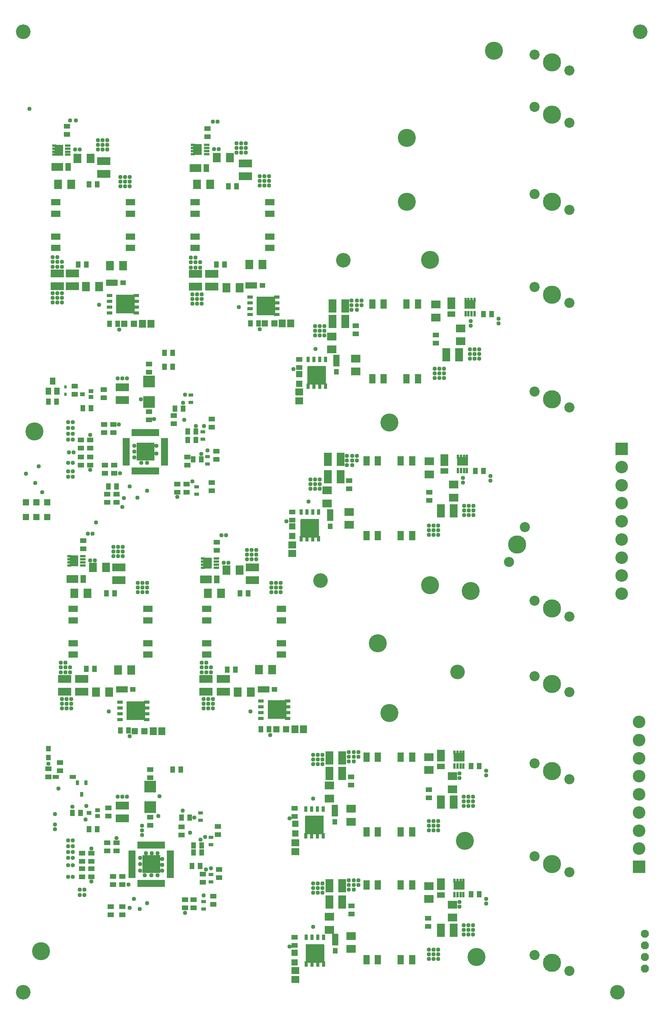
<source format=gts>
G04 EAGLE Gerber RS-274X export*
G75*
%MOMM*%
%FSLAX34Y34*%
%LPD*%
%INTop Solder Mask*%
%IPPOS*%
%AMOC8*
5,1,8,0,0,1.08239X$1,22.5*%
G01*
%ADD10C,3.203200*%
%ADD11R,1.003200X1.403200*%
%ADD12R,1.803200X2.903200*%
%ADD13R,1.403200X1.003200*%
%ADD14R,2.903200X1.803200*%
%ADD15R,2.753200X2.753200*%
%ADD16C,2.753200*%
%ADD17R,0.990600X1.193800*%
%ADD18R,1.473200X2.590800*%
%ADD19R,1.703200X1.253200*%
%ADD20R,1.703200X2.603200*%
%ADD21R,1.003200X0.803200*%
%ADD22R,1.403200X1.403200*%
%ADD23R,1.003200X1.203200*%
%ADD24R,1.193800X0.990600*%
%ADD25R,2.590800X1.473200*%
%ADD26R,1.253200X1.703200*%
%ADD27R,2.603200X1.703200*%
%ADD28R,1.403200X0.903200*%
%ADD29R,0.603200X0.763200*%
%ADD30R,2.503200X2.503200*%
%ADD31R,1.423200X1.323200*%
%ADD32C,3.943200*%
%ADD33C,2.203200*%
%ADD34C,3.987800*%
%ADD35P,1.869504X8X112.500000*%
%ADD36R,1.103200X0.903200*%
%ADD37R,0.660400X1.219200*%
%ADD38R,4.113200X4.013200*%
%ADD39R,0.608200X1.193200*%
%ADD40R,2.438200X1.928200*%
%ADD41R,0.608200X0.963200*%
%ADD42R,1.219200X0.660400*%
%ADD43R,4.013200X4.113200*%
%ADD44R,1.193200X0.608200*%
%ADD45R,1.928200X2.438200*%
%ADD46R,0.963200X0.608200*%
%ADD47R,1.203200X1.603200*%
%ADD48R,0.762000X1.066800*%
%ADD49R,2.006200X1.803200*%
%ADD50R,1.703200X1.503200*%
%ADD51R,1.803200X2.006200*%
%ADD52R,1.503200X1.703200*%
%ADD53R,1.373200X2.083200*%
%ADD54R,2.083200X1.373200*%
%ADD55R,1.549400X0.482600*%
%ADD56R,0.482600X1.549400*%
%ADD57R,3.860800X3.860800*%
%ADD58C,0.959600*%

G36*
X294134Y1534416D02*
X294134Y1534416D01*
X294136Y1534415D01*
X294179Y1534435D01*
X294223Y1534453D01*
X294223Y1534455D01*
X294225Y1534456D01*
X294258Y1534541D01*
X294258Y1574419D01*
X294257Y1574421D01*
X294258Y1574423D01*
X294238Y1574466D01*
X294220Y1574510D01*
X294218Y1574510D01*
X294217Y1574512D01*
X294132Y1574545D01*
X253746Y1574545D01*
X253744Y1574544D01*
X253742Y1574545D01*
X253699Y1574525D01*
X253655Y1574507D01*
X253655Y1574505D01*
X253653Y1574504D01*
X253620Y1574419D01*
X253620Y1534541D01*
X253621Y1534539D01*
X253620Y1534537D01*
X253640Y1534494D01*
X253658Y1534450D01*
X253660Y1534450D01*
X253661Y1534448D01*
X253746Y1534415D01*
X294132Y1534415D01*
X294134Y1534416D01*
G37*
G36*
X601474Y1530606D02*
X601474Y1530606D01*
X601476Y1530605D01*
X601519Y1530625D01*
X601563Y1530643D01*
X601563Y1530645D01*
X601565Y1530646D01*
X601598Y1530731D01*
X601598Y1570609D01*
X601597Y1570611D01*
X601598Y1570613D01*
X601578Y1570656D01*
X601560Y1570700D01*
X601558Y1570700D01*
X601557Y1570702D01*
X601472Y1570735D01*
X561086Y1570735D01*
X561084Y1570734D01*
X561082Y1570735D01*
X561039Y1570715D01*
X560995Y1570697D01*
X560995Y1570695D01*
X560993Y1570694D01*
X560960Y1570609D01*
X560960Y1530731D01*
X560961Y1530729D01*
X560960Y1530727D01*
X560980Y1530684D01*
X560998Y1530640D01*
X561000Y1530640D01*
X561001Y1530638D01*
X561086Y1530605D01*
X601472Y1530605D01*
X601474Y1530606D01*
G37*
G36*
X712091Y1378333D02*
X712091Y1378333D01*
X712093Y1378332D01*
X712136Y1378352D01*
X712180Y1378370D01*
X712180Y1378372D01*
X712182Y1378373D01*
X712215Y1378458D01*
X712215Y1418844D01*
X712214Y1418846D01*
X712215Y1418848D01*
X712195Y1418891D01*
X712177Y1418935D01*
X712175Y1418935D01*
X712174Y1418937D01*
X712089Y1418970D01*
X672211Y1418970D01*
X672209Y1418969D01*
X672207Y1418970D01*
X672164Y1418950D01*
X672120Y1418932D01*
X672120Y1418930D01*
X672118Y1418929D01*
X672085Y1418844D01*
X672085Y1378458D01*
X672086Y1378456D01*
X672085Y1378454D01*
X672105Y1378411D01*
X672123Y1378367D01*
X672125Y1378367D01*
X672126Y1378365D01*
X672211Y1378332D01*
X712089Y1378332D01*
X712091Y1378333D01*
G37*
G36*
X696851Y1044323D02*
X696851Y1044323D01*
X696853Y1044322D01*
X696896Y1044342D01*
X696940Y1044360D01*
X696940Y1044362D01*
X696942Y1044363D01*
X696975Y1044448D01*
X696975Y1084834D01*
X696974Y1084836D01*
X696975Y1084838D01*
X696955Y1084881D01*
X696937Y1084925D01*
X696935Y1084925D01*
X696934Y1084927D01*
X696849Y1084960D01*
X656971Y1084960D01*
X656969Y1084959D01*
X656967Y1084960D01*
X656924Y1084940D01*
X656880Y1084922D01*
X656880Y1084920D01*
X656878Y1084919D01*
X656845Y1084834D01*
X656845Y1044448D01*
X656846Y1044446D01*
X656845Y1044444D01*
X656865Y1044401D01*
X656883Y1044357D01*
X656885Y1044357D01*
X656886Y1044355D01*
X656971Y1044322D01*
X696849Y1044322D01*
X696851Y1044323D01*
G37*
G36*
X625604Y647956D02*
X625604Y647956D01*
X625606Y647955D01*
X625649Y647975D01*
X625693Y647993D01*
X625693Y647995D01*
X625695Y647996D01*
X625728Y648081D01*
X625728Y687959D01*
X625727Y687961D01*
X625728Y687963D01*
X625708Y688006D01*
X625690Y688050D01*
X625688Y688050D01*
X625687Y688052D01*
X625602Y688085D01*
X585216Y688085D01*
X585214Y688084D01*
X585212Y688085D01*
X585169Y688065D01*
X585125Y688047D01*
X585125Y688045D01*
X585123Y688044D01*
X585090Y687959D01*
X585090Y648081D01*
X585091Y648079D01*
X585090Y648077D01*
X585110Y648034D01*
X585128Y647990D01*
X585130Y647990D01*
X585131Y647988D01*
X585216Y647955D01*
X625602Y647955D01*
X625604Y647956D01*
G37*
G36*
X316994Y645416D02*
X316994Y645416D01*
X316996Y645415D01*
X317039Y645435D01*
X317083Y645453D01*
X317083Y645455D01*
X317085Y645456D01*
X317118Y645541D01*
X317118Y685419D01*
X317117Y685421D01*
X317118Y685423D01*
X317098Y685466D01*
X317080Y685510D01*
X317078Y685510D01*
X317077Y685512D01*
X316992Y685545D01*
X276606Y685545D01*
X276604Y685544D01*
X276602Y685545D01*
X276559Y685525D01*
X276515Y685507D01*
X276515Y685505D01*
X276513Y685504D01*
X276480Y685419D01*
X276480Y645541D01*
X276481Y645539D01*
X276480Y645537D01*
X276500Y645494D01*
X276518Y645450D01*
X276520Y645450D01*
X276521Y645448D01*
X276606Y645415D01*
X316992Y645415D01*
X316994Y645416D01*
G37*
G36*
X707011Y395353D02*
X707011Y395353D01*
X707013Y395352D01*
X707056Y395372D01*
X707100Y395390D01*
X707100Y395392D01*
X707102Y395393D01*
X707135Y395478D01*
X707135Y435864D01*
X707134Y435866D01*
X707135Y435868D01*
X707115Y435911D01*
X707097Y435955D01*
X707095Y435955D01*
X707094Y435957D01*
X707009Y435990D01*
X667131Y435990D01*
X667129Y435989D01*
X667127Y435990D01*
X667084Y435970D01*
X667040Y435952D01*
X667040Y435950D01*
X667038Y435949D01*
X667005Y435864D01*
X667005Y395478D01*
X667006Y395476D01*
X667005Y395474D01*
X667025Y395431D01*
X667043Y395387D01*
X667045Y395387D01*
X667046Y395385D01*
X667131Y395352D01*
X707009Y395352D01*
X707011Y395353D01*
G37*
G36*
X708281Y114683D02*
X708281Y114683D01*
X708283Y114682D01*
X708326Y114702D01*
X708370Y114720D01*
X708370Y114722D01*
X708372Y114723D01*
X708405Y114808D01*
X708405Y155194D01*
X708404Y155196D01*
X708405Y155198D01*
X708385Y155241D01*
X708367Y155285D01*
X708365Y155285D01*
X708364Y155287D01*
X708279Y155320D01*
X668401Y155320D01*
X668399Y155319D01*
X668397Y155320D01*
X668354Y155300D01*
X668310Y155282D01*
X668310Y155280D01*
X668308Y155279D01*
X668275Y155194D01*
X668275Y114808D01*
X668276Y114806D01*
X668275Y114804D01*
X668295Y114761D01*
X668313Y114717D01*
X668315Y114717D01*
X668316Y114715D01*
X668401Y114682D01*
X708279Y114682D01*
X708281Y114683D01*
G37*
D10*
X50000Y2150000D03*
X1400000Y2150000D03*
X1350000Y50000D03*
X50000Y50000D03*
X700000Y950000D03*
X750000Y1650000D03*
X1000000Y750000D03*
D11*
X212200Y406400D03*
X194200Y406400D03*
D12*
X754410Y1550670D03*
X726410Y1550670D03*
X754410Y1516380D03*
X726410Y1516380D03*
D13*
X777240Y1507600D03*
X777240Y1489600D03*
X952500Y1487280D03*
X952500Y1469280D03*
X408940Y1220580D03*
X408940Y1202580D03*
X196850Y1202580D03*
X196850Y1220580D03*
X472440Y1233280D03*
X472440Y1215280D03*
D12*
X975330Y1443990D03*
X1003330Y1443990D03*
D14*
X462280Y1620550D03*
X462280Y1592550D03*
X426720Y1620550D03*
X426720Y1592550D03*
D11*
X472330Y1640840D03*
X490330Y1640840D03*
X499000Y1812290D03*
X517000Y1812290D03*
X410100Y1257300D03*
X428100Y1257300D03*
D13*
X196850Y1257410D03*
X196850Y1239410D03*
X462280Y1303130D03*
X462280Y1285130D03*
D14*
X535940Y1833850D03*
X535940Y1861850D03*
X157480Y1621820D03*
X157480Y1593820D03*
X124460Y1621820D03*
X124460Y1593820D03*
D11*
X170070Y1640840D03*
X188070Y1640840D03*
X194200Y1816100D03*
X212200Y1816100D03*
D13*
X379730Y1310750D03*
X379730Y1292750D03*
X247650Y1291700D03*
X247650Y1273700D03*
D11*
X359300Y1417320D03*
X377300Y1417320D03*
D14*
X226060Y1838930D03*
X226060Y1866930D03*
X266700Y430500D03*
X266700Y458500D03*
D11*
X359300Y1447800D03*
X377300Y1447800D03*
D13*
X327660Y433180D03*
X327660Y415180D03*
D12*
X748060Y247650D03*
X720060Y247650D03*
X748060Y283210D03*
X720060Y283210D03*
D13*
X768350Y238870D03*
X768350Y220870D03*
X935990Y212200D03*
X935990Y194200D03*
X422910Y252840D03*
X422910Y234840D03*
X266700Y285640D03*
X266700Y303640D03*
X466090Y260460D03*
X466090Y242460D03*
D12*
X963900Y185420D03*
X991900Y185420D03*
X748060Y562610D03*
X720060Y562610D03*
X748060Y528320D03*
X720060Y528320D03*
D13*
X767080Y520810D03*
X767080Y502810D03*
X937260Y492870D03*
X937260Y474870D03*
X443230Y308720D03*
X443230Y290720D03*
X199390Y302150D03*
X199390Y320150D03*
X478790Y318880D03*
X478790Y300880D03*
D12*
X963900Y466090D03*
X991900Y466090D03*
D11*
X180230Y1327150D03*
X198230Y1327150D03*
D14*
X487680Y735360D03*
X487680Y707360D03*
X449580Y735360D03*
X449580Y707360D03*
D11*
X496460Y755650D03*
X514460Y755650D03*
X524400Y922020D03*
X542400Y922020D03*
X422800Y355600D03*
X440800Y355600D03*
D13*
X199390Y354440D03*
X199390Y336440D03*
X476250Y412860D03*
X476250Y394860D03*
D14*
X551180Y951200D03*
X551180Y979200D03*
X266700Y1372900D03*
X266700Y1344900D03*
X177800Y735360D03*
X177800Y707360D03*
X140970Y735360D03*
X140970Y707360D03*
D11*
X187850Y756920D03*
X205850Y756920D03*
X232300Y922020D03*
X250300Y922020D03*
D13*
X396240Y411590D03*
X396240Y393590D03*
X254000Y377300D03*
X254000Y359300D03*
D11*
X377080Y537210D03*
X395080Y537210D03*
D14*
X259080Y951200D03*
X259080Y979200D03*
D13*
X325120Y1301640D03*
X325120Y1319640D03*
D12*
X744250Y1215390D03*
X716250Y1215390D03*
X744250Y1177290D03*
X716250Y1177290D03*
D13*
X763270Y1168510D03*
X763270Y1150510D03*
X938530Y1143110D03*
X938530Y1125110D03*
X407670Y1160890D03*
X407670Y1142890D03*
X248920Y1184800D03*
X248920Y1202800D03*
X462280Y1164700D03*
X462280Y1146700D03*
D12*
X963900Y1102360D03*
X991900Y1102360D03*
D15*
X1358900Y1237900D03*
D16*
X1358900Y1198300D03*
X1358900Y1158700D03*
X1358900Y1119100D03*
X1358900Y1079500D03*
X1358900Y1039900D03*
X1358900Y1000300D03*
X1358900Y960700D03*
X1358900Y921100D03*
D15*
X1397000Y324200D03*
D16*
X1397000Y363800D03*
X1397000Y403400D03*
X1397000Y443000D03*
X1397000Y482600D03*
X1397000Y522200D03*
X1397000Y561800D03*
X1397000Y601400D03*
X1397000Y641000D03*
D17*
X735330Y1406779D03*
D18*
X735330Y1431036D03*
D19*
X986790Y1532880D03*
D20*
X986790Y1556630D03*
D21*
X453390Y1220850D03*
X453390Y1204850D03*
D22*
X654050Y1380150D03*
X654050Y1401150D03*
D23*
X105410Y562770D03*
X105410Y582770D03*
D24*
X573151Y1595120D03*
D25*
X548894Y1595120D03*
D26*
X450860Y1851660D03*
D27*
X427110Y1851660D03*
D21*
X443230Y1275460D03*
X443230Y1259460D03*
D22*
X599780Y1512570D03*
X578780Y1512570D03*
D28*
X158200Y520700D03*
X121200Y520700D03*
D24*
X268351Y1601470D03*
D25*
X244094Y1601470D03*
D26*
X148600Y1854200D03*
D27*
X124850Y1854200D03*
D21*
X416560Y1355470D03*
X416560Y1339470D03*
D22*
X292440Y1511300D03*
X271440Y1511300D03*
D29*
X142240Y1357400D03*
X142240Y1373100D03*
D30*
X327660Y455020D03*
X327660Y500020D03*
D17*
X732790Y140589D03*
D18*
X732790Y164846D03*
D19*
X963930Y262880D03*
D20*
X963930Y286630D03*
D21*
X444500Y248030D03*
X444500Y232030D03*
D22*
X643890Y115230D03*
X643890Y136230D03*
D30*
X325120Y1340210D03*
X325120Y1385210D03*
D17*
X731520Y422529D03*
D18*
X731520Y446786D03*
D19*
X963930Y543550D03*
D20*
X963930Y567300D03*
D21*
X461010Y307720D03*
X461010Y291720D03*
D22*
X645160Y397170D03*
X645160Y418170D03*
D31*
X55880Y1088900D03*
X55880Y1120900D03*
D24*
X599821Y712470D03*
D25*
X575564Y712470D03*
D26*
X473720Y952500D03*
D27*
X449970Y952500D03*
D21*
X461010Y389000D03*
X461010Y373000D03*
D22*
X625180Y624840D03*
X604180Y624840D03*
D31*
X78740Y1088900D03*
X78740Y1120900D03*
D24*
X289941Y712470D03*
D25*
X265684Y712470D03*
D26*
X181620Y953770D03*
D27*
X157870Y953770D03*
D21*
X438150Y442340D03*
X438150Y426340D03*
D22*
X315300Y621030D03*
X294300Y621030D03*
D31*
X102870Y1088900D03*
X102870Y1120900D03*
D17*
X721360Y1068959D03*
D18*
X721360Y1093216D03*
D19*
X971550Y1189980D03*
D20*
X971550Y1213730D03*
D21*
X429260Y1154810D03*
X429260Y1138810D03*
D22*
X638810Y1047410D03*
X638810Y1068410D03*
D32*
X1041400Y127000D03*
X850900Y1295400D03*
X939800Y1651000D03*
X889000Y1778000D03*
X889000Y1917700D03*
X1079500Y2108200D03*
X1016000Y381000D03*
X850900Y660400D03*
X825500Y812800D03*
X1028700Y927100D03*
X939800Y939800D03*
D33*
X1168400Y1592072D03*
X1244600Y1557528D03*
D34*
X1206500Y1574800D03*
D33*
X1244600Y1760728D03*
X1168400Y1795272D03*
D34*
X1206500Y1778000D03*
D33*
X1168400Y1985772D03*
X1244600Y1951228D03*
D34*
X1206500Y1968500D03*
D33*
X1147572Y1066800D03*
X1113028Y990600D03*
D34*
X1130300Y1028700D03*
D33*
X1244600Y2065528D03*
X1168400Y2100072D03*
D34*
X1206500Y2082800D03*
D33*
X1168400Y131572D03*
X1244600Y97028D03*
D34*
X1206500Y114300D03*
D33*
X1244600Y312928D03*
X1168400Y347472D03*
D34*
X1206500Y330200D03*
D33*
X1168400Y550672D03*
X1244600Y516128D03*
D34*
X1206500Y533400D03*
D33*
X1244600Y706628D03*
X1168400Y741172D03*
D34*
X1206500Y723900D03*
D33*
X1168400Y906272D03*
X1244600Y871728D03*
D34*
X1206500Y889000D03*
D33*
X1244600Y1328928D03*
X1168400Y1363472D03*
D34*
X1206500Y1346200D03*
D35*
X1409700Y101600D03*
X1409700Y127000D03*
X1409700Y152400D03*
X1409700Y177800D03*
D36*
X212700Y435460D03*
X212700Y448460D03*
X193700Y441960D03*
D37*
X711200Y1433830D03*
X698500Y1433830D03*
X685800Y1433830D03*
X673100Y1433830D03*
X673100Y1375410D03*
X685800Y1375410D03*
X698500Y1375410D03*
X711200Y1375410D03*
D38*
X692150Y1397720D03*
D39*
X1017505Y1533780D03*
X1024130Y1533780D03*
X1030730Y1533780D03*
X1037355Y1533780D03*
D40*
X1027430Y1553705D03*
D41*
X1037355Y1563630D03*
X1030730Y1563630D03*
X1024130Y1563630D03*
X1017505Y1563630D03*
D42*
X546100Y1569720D03*
X546100Y1557020D03*
X546100Y1544320D03*
X546100Y1531620D03*
X604520Y1531620D03*
X604520Y1544320D03*
X604520Y1557020D03*
X604520Y1569720D03*
D43*
X582210Y1550670D03*
D44*
X451230Y1882375D03*
X451230Y1889000D03*
X451230Y1895600D03*
X451230Y1902225D03*
D45*
X431305Y1892300D03*
D46*
X421380Y1902225D03*
X421380Y1895600D03*
X421380Y1889000D03*
X421380Y1882375D03*
D42*
X238760Y1573530D03*
X238760Y1560830D03*
X238760Y1548130D03*
X238760Y1535430D03*
X297180Y1535430D03*
X297180Y1548130D03*
X297180Y1560830D03*
X297180Y1573530D03*
D43*
X274870Y1554480D03*
D44*
X147700Y1881105D03*
X147700Y1887730D03*
X147700Y1894330D03*
X147700Y1900955D03*
D45*
X127775Y1891030D03*
D46*
X117850Y1900955D03*
X117850Y1894330D03*
X117850Y1887730D03*
X117850Y1881105D03*
D36*
X198730Y1351130D03*
X198730Y1364130D03*
X179730Y1357630D03*
D37*
X707390Y170180D03*
X694690Y170180D03*
X681990Y170180D03*
X669290Y170180D03*
X669290Y111760D03*
X681990Y111760D03*
X694690Y111760D03*
X707390Y111760D03*
D38*
X688340Y134070D03*
D39*
X993375Y263780D03*
X1000000Y263780D03*
X1006600Y263780D03*
X1013225Y263780D03*
D40*
X1003300Y283705D03*
D41*
X1013225Y293630D03*
X1006600Y293630D03*
X1000000Y293630D03*
X993375Y293630D03*
D37*
X706120Y450850D03*
X693420Y450850D03*
X680720Y450850D03*
X668020Y450850D03*
X668020Y392430D03*
X680720Y392430D03*
X693420Y392430D03*
X706120Y392430D03*
D38*
X687070Y414740D03*
D39*
X993375Y544450D03*
X1000000Y544450D03*
X1006600Y544450D03*
X1013225Y544450D03*
D40*
X1003300Y564375D03*
D41*
X1013225Y574300D03*
X1006600Y574300D03*
X1000000Y574300D03*
X993375Y574300D03*
D47*
X114300Y1386410D03*
X123800Y1364410D03*
X104800Y1364410D03*
D42*
X570230Y687070D03*
X570230Y674370D03*
X570230Y661670D03*
X570230Y648970D03*
X628650Y648970D03*
X628650Y661670D03*
X628650Y674370D03*
X628650Y687070D03*
D43*
X606340Y668020D03*
D44*
X472820Y978135D03*
X472820Y984760D03*
X472820Y991360D03*
X472820Y997985D03*
D45*
X452895Y988060D03*
D46*
X442970Y997985D03*
X442970Y991360D03*
X442970Y984760D03*
X442970Y978135D03*
D48*
X187300Y507746D03*
X168300Y507746D03*
X177800Y482854D03*
D42*
X261620Y684530D03*
X261620Y671830D03*
X261620Y659130D03*
X261620Y646430D03*
X320040Y646430D03*
X320040Y659130D03*
X320040Y671830D03*
X320040Y684530D03*
D43*
X297730Y665480D03*
D44*
X180720Y983215D03*
X180720Y989840D03*
X180720Y996440D03*
X180720Y1003065D03*
D45*
X160795Y993140D03*
D46*
X150870Y1003065D03*
X150870Y996440D03*
X150870Y989840D03*
X150870Y983215D03*
D37*
X695960Y1099820D03*
X683260Y1099820D03*
X670560Y1099820D03*
X657860Y1099820D03*
X657860Y1041400D03*
X670560Y1041400D03*
X683260Y1041400D03*
X695960Y1041400D03*
D38*
X676910Y1063710D03*
D39*
X1000995Y1190880D03*
X1007620Y1190880D03*
X1014220Y1190880D03*
X1020845Y1190880D03*
D40*
X1010920Y1210805D03*
D41*
X1020845Y1220730D03*
X1014220Y1220730D03*
X1007620Y1220730D03*
X1000995Y1220730D03*
D13*
X236220Y453500D03*
X236220Y435500D03*
X325120Y1405780D03*
X325120Y1423780D03*
D49*
X777240Y1406910D03*
X777240Y1435350D03*
X952500Y1525020D03*
X952500Y1553460D03*
D13*
X654050Y1415940D03*
X654050Y1433940D03*
D11*
X1056530Y1532890D03*
X1074530Y1532890D03*
X421530Y1215390D03*
X439530Y1215390D03*
D13*
X176530Y1202580D03*
X176530Y1220580D03*
D50*
X654050Y1343050D03*
X654050Y1362050D03*
D51*
X573020Y1640840D03*
X544580Y1640840D03*
X458720Y1816100D03*
X430280Y1816100D03*
D11*
X565260Y1512570D03*
X547260Y1512570D03*
D13*
X453390Y1920130D03*
X453390Y1938130D03*
D11*
X410100Y1276350D03*
X428100Y1276350D03*
D13*
X176530Y1257410D03*
X176530Y1239410D03*
D52*
X635610Y1512570D03*
X616610Y1512570D03*
D51*
X268220Y1638300D03*
X239780Y1638300D03*
X155190Y1816100D03*
X126750Y1816100D03*
D11*
X256650Y1511300D03*
X238650Y1511300D03*
D13*
X146050Y1925210D03*
X146050Y1943210D03*
D11*
X382160Y1325880D03*
X400160Y1325880D03*
D13*
X227330Y1291700D03*
X227330Y1273700D03*
D52*
X329540Y1511300D03*
X310540Y1511300D03*
D13*
X241300Y219600D03*
X241300Y237600D03*
X266700Y219600D03*
X266700Y237600D03*
D11*
X254110Y1155700D03*
X236110Y1155700D03*
D13*
X254000Y1139300D03*
X254000Y1121300D03*
X233680Y1139300D03*
X233680Y1121300D03*
D49*
X767080Y144530D03*
X767080Y172970D03*
X937260Y253750D03*
X937260Y282190D03*
D13*
X643890Y152290D03*
X643890Y170290D03*
D11*
X1029860Y264160D03*
X1047860Y264160D03*
D13*
X403860Y252840D03*
X403860Y234840D03*
X246380Y285640D03*
X246380Y303640D03*
D50*
X645160Y78130D03*
X645160Y97130D03*
D11*
X175370Y441960D03*
X157370Y441960D03*
D49*
X767080Y422660D03*
X767080Y451100D03*
X937260Y535690D03*
X937260Y564130D03*
D13*
X643890Y434230D03*
X643890Y452230D03*
D11*
X1029860Y544830D03*
X1047860Y544830D03*
X418990Y326390D03*
X436990Y326390D03*
D13*
X179070Y302150D03*
X179070Y320150D03*
D50*
X645160Y357530D03*
X645160Y376530D03*
D11*
X123300Y1341120D03*
X105300Y1341120D03*
D13*
X130810Y552560D03*
X130810Y534560D03*
X105410Y538590D03*
X105410Y520590D03*
D51*
X594610Y755650D03*
X566170Y755650D03*
X482850Y922020D03*
X454410Y922020D03*
D11*
X588120Y624840D03*
X570120Y624840D03*
D13*
X473710Y1015890D03*
X473710Y1033890D03*
D11*
X422800Y370840D03*
X440800Y370840D03*
D13*
X179070Y354440D03*
X179070Y336440D03*
D52*
X663550Y624840D03*
X644550Y624840D03*
D13*
X327660Y537320D03*
X327660Y519320D03*
D51*
X286000Y754380D03*
X257560Y754380D03*
X190750Y922020D03*
X162310Y922020D03*
D11*
X280780Y622300D03*
X262780Y622300D03*
D13*
X181610Y1019700D03*
X181610Y1037700D03*
D11*
X396130Y431800D03*
X414130Y431800D03*
D13*
X233680Y377300D03*
X233680Y359300D03*
D52*
X353670Y621030D03*
X334670Y621030D03*
D13*
X226060Y1349900D03*
X226060Y1367900D03*
X162560Y1375520D03*
X162560Y1357520D03*
D49*
X763270Y1071630D03*
X763270Y1100070D03*
X938530Y1182120D03*
X938530Y1210560D03*
D13*
X638810Y1081930D03*
X638810Y1099930D03*
D11*
X1038750Y1189990D03*
X1056750Y1189990D03*
D13*
X387350Y1160890D03*
X387350Y1142890D03*
X228600Y1184800D03*
X228600Y1202800D03*
D50*
X638810Y1009040D03*
X638810Y1028040D03*
D49*
X725170Y1455170D03*
X725170Y1483610D03*
X1007110Y1501390D03*
X1007110Y1472950D03*
D51*
X523490Y1590040D03*
X495050Y1590040D03*
X473460Y1874520D03*
X501900Y1874520D03*
X216150Y1592580D03*
X187710Y1592580D03*
X168660Y1873250D03*
X197100Y1873250D03*
D49*
X720090Y186440D03*
X720090Y214880D03*
X989330Y241550D03*
X989330Y213110D03*
X720090Y473460D03*
X720090Y501900D03*
X989330Y522220D03*
X989330Y493780D03*
D51*
X547620Y706120D03*
X519180Y706120D03*
X495050Y972820D03*
X523490Y972820D03*
X237740Y706120D03*
X209300Y706120D03*
X202950Y979170D03*
X231390Y979170D03*
D49*
X715010Y1118620D03*
X715010Y1147060D03*
X991870Y1159760D03*
X991870Y1131320D03*
D53*
X913600Y1555000D03*
X888600Y1555000D03*
X838600Y1555000D03*
X813600Y1555000D03*
X913600Y1391400D03*
X888600Y1391400D03*
X838600Y1391400D03*
X813600Y1391400D03*
D54*
X426200Y1777200D03*
X426200Y1752200D03*
X426200Y1702200D03*
X426200Y1677200D03*
X589800Y1777200D03*
X589800Y1752200D03*
X589800Y1702200D03*
X589800Y1677200D03*
X121400Y1777200D03*
X121400Y1752200D03*
X121400Y1702200D03*
X121400Y1677200D03*
X285000Y1777200D03*
X285000Y1752200D03*
X285000Y1702200D03*
X285000Y1677200D03*
D53*
X900900Y285000D03*
X875900Y285000D03*
X825900Y285000D03*
X800900Y285000D03*
X900900Y121400D03*
X875900Y121400D03*
X825900Y121400D03*
X800900Y121400D03*
X900900Y564400D03*
X875900Y564400D03*
X825900Y564400D03*
X800900Y564400D03*
X900900Y400800D03*
X875900Y400800D03*
X825900Y400800D03*
X800900Y400800D03*
D54*
X451600Y888200D03*
X451600Y863200D03*
X451600Y813200D03*
X451600Y788200D03*
X615200Y888200D03*
X615200Y863200D03*
X615200Y813200D03*
X615200Y788200D03*
X159500Y888200D03*
X159500Y863200D03*
X159500Y813200D03*
X159500Y788200D03*
X323100Y888200D03*
X323100Y863200D03*
X323100Y813200D03*
X323100Y788200D03*
D53*
X900900Y1212100D03*
X875900Y1212100D03*
X825900Y1212100D03*
X800900Y1212100D03*
X900900Y1048500D03*
X875900Y1048500D03*
X825900Y1048500D03*
X800900Y1048500D03*
D32*
X88900Y139700D03*
X74930Y1276350D03*
D55*
X288417Y357700D03*
X288417Y352700D03*
X288417Y347700D03*
X288417Y342700D03*
X288417Y337700D03*
X288417Y332700D03*
X288417Y327700D03*
X288417Y322700D03*
X288417Y317700D03*
X288417Y312700D03*
X288417Y307700D03*
X288417Y302700D03*
D56*
X302700Y288417D03*
X307700Y288417D03*
X312700Y288417D03*
X317700Y288417D03*
X322700Y288417D03*
X327700Y288417D03*
X332700Y288417D03*
X337700Y288417D03*
X342700Y288417D03*
X347700Y288417D03*
X352700Y288417D03*
X357700Y288417D03*
D55*
X371983Y302700D03*
X371983Y307700D03*
X371983Y312700D03*
X371983Y317700D03*
X371983Y322700D03*
X371983Y327700D03*
X371983Y332700D03*
X371983Y337700D03*
X371983Y342700D03*
X371983Y347700D03*
X371983Y352700D03*
X371983Y357700D03*
D56*
X357700Y371983D03*
X352700Y371983D03*
X347700Y371983D03*
X342700Y371983D03*
X337700Y371983D03*
X332700Y371983D03*
X327700Y371983D03*
X322700Y371983D03*
X317700Y371983D03*
X312700Y371983D03*
X307700Y371983D03*
X302700Y371983D03*
D57*
X330200Y330200D03*
D55*
X275717Y1259400D03*
X275717Y1254400D03*
X275717Y1249400D03*
X275717Y1244400D03*
X275717Y1239400D03*
X275717Y1234400D03*
X275717Y1229400D03*
X275717Y1224400D03*
X275717Y1219400D03*
X275717Y1214400D03*
X275717Y1209400D03*
X275717Y1204400D03*
D56*
X290000Y1190117D03*
X295000Y1190117D03*
X300000Y1190117D03*
X305000Y1190117D03*
X310000Y1190117D03*
X315000Y1190117D03*
X320000Y1190117D03*
X325000Y1190117D03*
X330000Y1190117D03*
X335000Y1190117D03*
X340000Y1190117D03*
X345000Y1190117D03*
D55*
X359283Y1204400D03*
X359283Y1209400D03*
X359283Y1214400D03*
X359283Y1219400D03*
X359283Y1224400D03*
X359283Y1229400D03*
X359283Y1234400D03*
X359283Y1239400D03*
X359283Y1244400D03*
X359283Y1249400D03*
X359283Y1254400D03*
X359283Y1259400D03*
D56*
X345000Y1273683D03*
X340000Y1273683D03*
X335000Y1273683D03*
X330000Y1273683D03*
X325000Y1273683D03*
X320000Y1273683D03*
X315000Y1273683D03*
X310000Y1273683D03*
X305000Y1273683D03*
X300000Y1273683D03*
X295000Y1273683D03*
X290000Y1273683D03*
D57*
X317500Y1231900D03*
D58*
X213360Y1912620D03*
X223520Y1912620D03*
X233680Y1912620D03*
X213360Y1902460D03*
X213360Y1892300D03*
X223520Y1892300D03*
X223520Y1902460D03*
X233680Y1902460D03*
X233680Y1892300D03*
X516890Y1906270D03*
X527050Y1906270D03*
X537210Y1906270D03*
X516890Y1896110D03*
X516890Y1885950D03*
X527050Y1885950D03*
X527050Y1896110D03*
X537210Y1896110D03*
X537210Y1885950D03*
X1047750Y1455420D03*
X1047750Y1445260D03*
X1047750Y1435100D03*
X1037590Y1455420D03*
X1027430Y1455420D03*
X1027430Y1445260D03*
X1037590Y1445260D03*
X1037590Y1435100D03*
X1027430Y1435100D03*
X1035050Y1113790D03*
X1035050Y1103630D03*
X1035050Y1093470D03*
X1024890Y1113790D03*
X1014730Y1113790D03*
X1014730Y1103630D03*
X1024890Y1103630D03*
X1024890Y1093470D03*
X1014730Y1093470D03*
X698500Y1170940D03*
X698500Y1160780D03*
X698500Y1150620D03*
X688340Y1150620D03*
X688340Y1160780D03*
X688340Y1170940D03*
X678180Y1170940D03*
X678180Y1160780D03*
X678180Y1150620D03*
X259080Y1291590D03*
X196850Y1268730D03*
X196850Y1192530D03*
X261620Y1184910D03*
X256540Y1391920D03*
X266700Y1391920D03*
X276860Y1391920D03*
X132080Y770890D03*
X142240Y770890D03*
X132080Y760730D03*
X142240Y760730D03*
X152400Y760730D03*
X152400Y749300D03*
X142240Y749300D03*
X132080Y749300D03*
X293370Y1244600D03*
X293370Y1231900D03*
X293370Y1219200D03*
X308610Y1207770D03*
X321310Y1207770D03*
X341630Y1228090D03*
X341630Y1244600D03*
X266700Y1110770D03*
X444500Y690880D03*
X454660Y690880D03*
X464820Y690880D03*
X464820Y680720D03*
X454660Y680720D03*
X444500Y680720D03*
X444500Y670560D03*
X454660Y670560D03*
X464820Y670560D03*
X783590Y575310D03*
X783590Y565150D03*
X773430Y575310D03*
X773430Y565150D03*
X773430Y554990D03*
X762000Y554990D03*
X762000Y565150D03*
X762000Y575310D03*
X345440Y435610D03*
X309880Y414020D03*
X119380Y439420D03*
X309880Y403860D03*
X119380Y416560D03*
X309880Y393700D03*
X119380Y406400D03*
X539750Y1017270D03*
X549910Y1017270D03*
X560070Y1017270D03*
X539750Y1007110D03*
X539750Y996950D03*
X549910Y996950D03*
X549910Y1007110D03*
X560070Y1007110D03*
X560070Y996950D03*
X247650Y1023620D03*
X257810Y1023620D03*
X267970Y1023620D03*
X247650Y1013460D03*
X247650Y1003300D03*
X257810Y1003300D03*
X257810Y1013460D03*
X267970Y1013460D03*
X267970Y1003300D03*
X254000Y387350D03*
X199390Y364490D03*
X199390Y292100D03*
X280670Y285750D03*
X256540Y477520D03*
X266700Y477520D03*
X276860Y477520D03*
X306070Y344170D03*
X306070Y330200D03*
X306070Y316230D03*
X316230Y306070D03*
X330200Y306070D03*
X344170Y306070D03*
X354330Y316230D03*
X354330Y328930D03*
X354330Y341630D03*
X344170Y354330D03*
X331470Y354330D03*
X318770Y354330D03*
X1033780Y477520D03*
X1033780Y467360D03*
X1033780Y457200D03*
X1023620Y477520D03*
X1013460Y477520D03*
X1013460Y467360D03*
X1023620Y467360D03*
X1023620Y457200D03*
X1013460Y457200D03*
X704850Y288290D03*
X704850Y278130D03*
X704850Y267970D03*
X694690Y267970D03*
X694690Y278130D03*
X694690Y288290D03*
X684530Y288290D03*
X684530Y278130D03*
X684530Y267970D03*
X1033780Y196850D03*
X1033780Y186690D03*
X1033780Y176530D03*
X1023620Y196850D03*
X1013460Y196850D03*
X1013460Y186690D03*
X1023620Y186690D03*
X1023620Y176530D03*
X1013460Y176530D03*
X134620Y690880D03*
X144780Y690880D03*
X154940Y690880D03*
X154940Y680720D03*
X144780Y680720D03*
X134620Y680720D03*
X134620Y670560D03*
X144780Y670560D03*
X154940Y670560D03*
X440690Y770890D03*
X450850Y770890D03*
X440690Y760730D03*
X450850Y760730D03*
X461010Y760730D03*
X461010Y749300D03*
X450850Y749300D03*
X440690Y749300D03*
X105410Y549910D03*
X415290Y398780D03*
X704850Y568960D03*
X704850Y558800D03*
X704850Y548640D03*
X694690Y548640D03*
X694690Y558800D03*
X694690Y568960D03*
X684530Y568960D03*
X684530Y558800D03*
X684530Y548640D03*
X783590Y294640D03*
X783590Y284480D03*
X773430Y294640D03*
X773430Y284480D03*
X773430Y274320D03*
X762000Y274320D03*
X762000Y284480D03*
X762000Y294640D03*
X283210Y609600D03*
X398780Y447040D03*
X590550Y612140D03*
X448310Y389890D03*
X461010Y321310D03*
X632460Y430530D03*
X444500Y261620D03*
X632460Y149860D03*
X304800Y232410D03*
X292100Y254000D03*
X283210Y234950D03*
X173990Y274320D03*
X184150Y274320D03*
X1062990Y254000D03*
X1062990Y243840D03*
X148590Y327660D03*
X158750Y327660D03*
X1062990Y534670D03*
X1062990Y524510D03*
X483870Y1049020D03*
X494030Y1049020D03*
X148590Y356870D03*
X158750Y356870D03*
X191770Y1052830D03*
X201930Y1052830D03*
X148590Y382270D03*
X158750Y382270D03*
X187960Y457200D03*
X321310Y245110D03*
X186690Y427990D03*
X127000Y495300D03*
X209550Y1076960D03*
X593090Y944880D03*
X593090Y934720D03*
X593090Y924560D03*
X603250Y944880D03*
X603250Y934720D03*
X603250Y924560D03*
X613410Y944880D03*
X613410Y934720D03*
X613410Y924560D03*
X300990Y944880D03*
X300990Y934720D03*
X300990Y924560D03*
X311150Y944880D03*
X311150Y934720D03*
X311150Y924560D03*
X321310Y944880D03*
X321310Y934720D03*
X321310Y924560D03*
X157480Y455930D03*
X957580Y424180D03*
X947420Y424180D03*
X937260Y424180D03*
X957580Y414020D03*
X947420Y414020D03*
X937260Y414020D03*
X957580Y403860D03*
X947420Y403860D03*
X937260Y403860D03*
X957580Y143510D03*
X947420Y143510D03*
X937260Y143510D03*
X957580Y133350D03*
X947420Y133350D03*
X937260Y133350D03*
X957580Y123190D03*
X947420Y123190D03*
X937260Y123190D03*
X347980Y478790D03*
X403860Y223520D03*
X684530Y193040D03*
X173990Y262890D03*
X184150Y262890D03*
X1004570Y247650D03*
X1004570Y237490D03*
X449580Y318770D03*
X684530Y473710D03*
X148590Y302260D03*
X158750Y302260D03*
X1004570Y528320D03*
X1004570Y518160D03*
X547370Y664210D03*
X438150Y383540D03*
X488950Y989330D03*
X499110Y989330D03*
X148590Y344170D03*
X158750Y344170D03*
X237490Y664210D03*
X424180Y431800D03*
X196850Y994410D03*
X207010Y994410D03*
X148590Y369570D03*
X158750Y369570D03*
X420370Y1167130D03*
X626110Y1079500D03*
X387350Y1132840D03*
X674370Y1122680D03*
X1012190Y1174750D03*
X1012190Y1164590D03*
X148590Y1177290D03*
X158750Y1177290D03*
X1071880Y1178560D03*
X1071880Y1168400D03*
X148590Y1188720D03*
X158750Y1188720D03*
X453390Y1234440D03*
X641350Y1412240D03*
X708660Y1506220D03*
X708660Y1496060D03*
X708660Y1485900D03*
X698500Y1485900D03*
X698500Y1496060D03*
X698500Y1506220D03*
X688340Y1506220D03*
X688340Y1496060D03*
X688340Y1485900D03*
X779780Y1223010D03*
X779780Y1212850D03*
X769620Y1223010D03*
X769620Y1212850D03*
X769620Y1202690D03*
X758190Y1202690D03*
X758190Y1212850D03*
X758190Y1223010D03*
X439420Y1226820D03*
X689610Y1456690D03*
X1028700Y1517650D03*
X1028700Y1507490D03*
X148590Y1207770D03*
X158750Y1207770D03*
X1089660Y1522730D03*
X1089660Y1512570D03*
X149860Y1230630D03*
X160020Y1230630D03*
X567690Y1499870D03*
X445770Y1287780D03*
X420370Y1576070D03*
X430530Y1576070D03*
X440690Y1576070D03*
X440690Y1565910D03*
X430530Y1565910D03*
X420370Y1565910D03*
X420370Y1555750D03*
X430530Y1555750D03*
X440690Y1555750D03*
X789940Y1562100D03*
X789940Y1551940D03*
X779780Y1562100D03*
X779780Y1551940D03*
X779780Y1541780D03*
X768350Y1541780D03*
X768350Y1551940D03*
X768350Y1562100D03*
X427990Y1287780D03*
X521970Y1548130D03*
X467360Y1893570D03*
X477520Y1893570D03*
X148590Y1258570D03*
X158750Y1258570D03*
X464820Y1953260D03*
X474980Y1953260D03*
X148590Y1271270D03*
X158750Y1271270D03*
X260350Y1498600D03*
X403860Y1356360D03*
X114300Y1578610D03*
X124460Y1578610D03*
X134620Y1578610D03*
X134620Y1568450D03*
X124460Y1568450D03*
X114300Y1568450D03*
X114300Y1558290D03*
X124460Y1558290D03*
X134620Y1558290D03*
X402590Y1301750D03*
X416560Y1656080D03*
X426720Y1656080D03*
X416560Y1645920D03*
X426720Y1645920D03*
X436880Y1645920D03*
X436880Y1634490D03*
X426720Y1634490D03*
X416560Y1634490D03*
X114300Y1657350D03*
X124460Y1657350D03*
X114300Y1647190D03*
X124460Y1647190D03*
X134620Y1647190D03*
X134620Y1635760D03*
X124460Y1635760D03*
X114300Y1635760D03*
X215900Y1553210D03*
X400050Y1338580D03*
X262890Y1832610D03*
X262890Y1822450D03*
X262890Y1812290D03*
X273050Y1832610D03*
X273050Y1822450D03*
X273050Y1812290D03*
X283210Y1832610D03*
X283210Y1822450D03*
X283210Y1812290D03*
X567690Y1833880D03*
X567690Y1823720D03*
X567690Y1813560D03*
X577850Y1833880D03*
X577850Y1823720D03*
X577850Y1813560D03*
X588010Y1833880D03*
X588010Y1823720D03*
X588010Y1813560D03*
X970280Y1413510D03*
X960120Y1413510D03*
X949960Y1413510D03*
X970280Y1403350D03*
X960120Y1403350D03*
X949960Y1403350D03*
X970280Y1393190D03*
X960120Y1393190D03*
X949960Y1393190D03*
X957580Y1070610D03*
X947420Y1070610D03*
X937260Y1070610D03*
X957580Y1060450D03*
X947420Y1060450D03*
X937260Y1060450D03*
X957580Y1050290D03*
X947420Y1050290D03*
X937260Y1050290D03*
X63500Y1981200D03*
X163830Y1892300D03*
X173990Y1892300D03*
X148590Y1283970D03*
X158750Y1283970D03*
X152400Y1955800D03*
X165100Y1955800D03*
X148590Y1296670D03*
X158750Y1296670D03*
X283210Y1155700D03*
X55880Y1183640D03*
X270510Y1130300D03*
X76200Y1163320D03*
X299720Y1131570D03*
X91440Y1143000D03*
X321310Y1146810D03*
X83820Y1200150D03*
X336550Y1303020D03*
X307340Y1346200D03*
M02*

</source>
